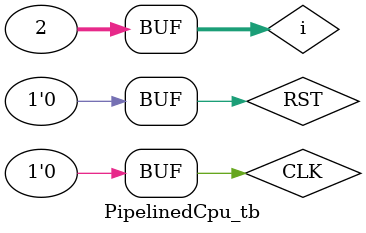
<source format=v>
module PipelinedCpu_tb ();

reg CLK;
wire [31:0] OUT;
reg RST;
integer i;
PipelinedCpu PipelinedCpu1 (.CLK(CLK), .RST(RST), .OUT(OUT));

initial begin
    RST = 1;
    CLK = 0;
    #5;
    CLK = 1;
    #5;
    RST = 0;
    CLK = 0;
    #5;
    for(i=0; i<2; i=i+1) begin
        CLK = 1;
        #5;
        CLK = 0;
        #5;
    end


end


// always begin
//     #6 CLK=0;
//     #4 CLK=1;
// end

    
endmodule
</source>
